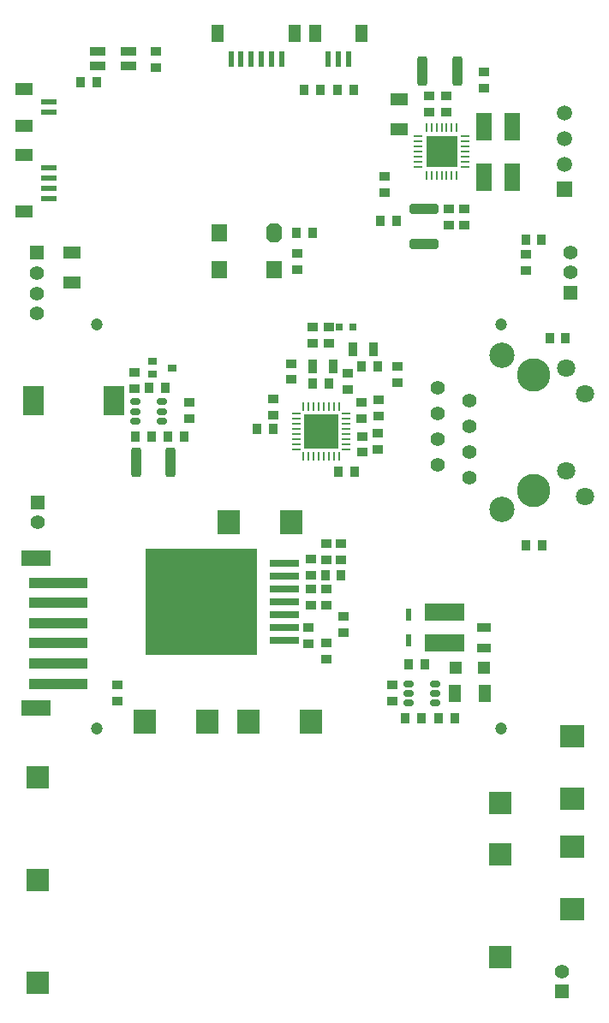
<source format=gbr>
%TF.GenerationSoftware,Altium Limited,Altium Designer,20.1.12 (249)*%
G04 Layer_Color=255*
%FSLAX45Y45*%
%MOMM*%
%TF.SameCoordinates,0418086A-757F-42B6-A3B9-695331E80F4B*%
%TF.FilePolarity,Positive*%
%TF.FileFunction,Pads,Top*%
%TF.Part,Single*%
G01*
G75*
%TA.AperFunction,ConnectorPad*%
%ADD10R,0.60000X1.55000*%
%ADD11R,1.20000X1.80000*%
%TA.AperFunction,SMDPad,CuDef*%
%ADD12R,1.00000X0.95000*%
%ADD13R,0.95000X1.00000*%
%ADD14R,1.55000X0.60000*%
%ADD15R,1.80000X1.20000*%
%ADD16R,1.80000X1.15000*%
%ADD17R,2.30000X2.45000*%
%ADD18R,4.00000X1.80000*%
%ADD19R,1.15000X1.80000*%
G04:AMPARAMS|DCode=20|XSize=1mm|YSize=0.6mm|CornerRadius=0.15mm|HoleSize=0mm|Usage=FLASHONLY|Rotation=0.000|XOffset=0mm|YOffset=0mm|HoleType=Round|Shape=RoundedRectangle|*
%AMROUNDEDRECTD20*
21,1,1.00000,0.30000,0,0,0.0*
21,1,0.70000,0.60000,0,0,0.0*
1,1,0.30000,0.35000,-0.15000*
1,1,0.30000,-0.35000,-0.15000*
1,1,0.30000,-0.35000,0.15000*
1,1,0.30000,0.35000,0.15000*
%
%ADD20ROUNDEDRECTD20*%
%ADD21R,1.40000X0.95000*%
%ADD22R,2.45000X2.30000*%
%ADD23R,1.60000X2.70000*%
%ADD24R,0.81280X0.25400*%
%ADD25R,0.25400X0.81280*%
%ADD26R,0.95000X1.40000*%
%ADD27R,0.65000X0.70000*%
%TA.AperFunction,ConnectorPad*%
%ADD28R,3.00000X1.60000*%
%ADD29R,5.80000X1.00000*%
%TA.AperFunction,SMDPad,CuDef*%
G04:AMPARAMS|DCode=30|XSize=1mm|YSize=2.9mm|CornerRadius=0.25mm|HoleSize=0mm|Usage=FLASHONLY|Rotation=180.000|XOffset=0mm|YOffset=0mm|HoleType=Round|Shape=RoundedRectangle|*
%AMROUNDEDRECTD30*
21,1,1.00000,2.40000,0,0,180.0*
21,1,0.50000,2.90000,0,0,180.0*
1,1,0.50000,-0.25000,1.20000*
1,1,0.50000,0.25000,1.20000*
1,1,0.50000,0.25000,-1.20000*
1,1,0.50000,-0.25000,-1.20000*
%
%ADD30ROUNDEDRECTD30*%
%ADD31R,0.90000X0.70000*%
%ADD32R,2.00000X3.00000*%
%ADD33R,0.25000X0.95000*%
%ADD34R,1.60000X1.80000*%
%ADD35R,0.60000X1.30000*%
G04:AMPARAMS|DCode=36|XSize=1.6mm|YSize=1.8mm|CornerRadius=0mm|HoleSize=0mm|Usage=FLASHONLY|Rotation=180.000|XOffset=0mm|YOffset=0mm|HoleType=Round|Shape=Octagon|*
%AMOCTAGOND36*
4,1,8,0.40000,-0.90000,-0.40000,-0.90000,-0.80000,-0.50000,-0.80000,0.50000,-0.40000,0.90000,0.40000,0.90000,0.80000,0.50000,0.80000,-0.50000,0.40000,-0.90000,0.0*
%
%ADD36OCTAGOND36*%

%TA.AperFunction,SMDPad,SMDef*%
%ADD37R,3.40360X3.40360*%
%TA.AperFunction,SMDPad,CuDef*%
%ADD38R,0.95000X0.25000*%
%ADD39R,3.15000X3.15000*%
G04:AMPARAMS|DCode=40|XSize=1mm|YSize=2.9mm|CornerRadius=0.25mm|HoleSize=0mm|Usage=FLASHONLY|Rotation=90.000|XOffset=0mm|YOffset=0mm|HoleType=Round|Shape=RoundedRectangle|*
%AMROUNDEDRECTD40*
21,1,1.00000,2.40000,0,0,90.0*
21,1,0.50000,2.90000,0,0,90.0*
1,1,0.50000,1.20000,0.25000*
1,1,0.50000,1.20000,-0.25000*
1,1,0.50000,-1.20000,-0.25000*
1,1,0.50000,-1.20000,0.25000*
%
%ADD40ROUNDEDRECTD40*%
%ADD41R,1.20000X1.20000*%
%ADD42R,11.12520X10.51560*%
%ADD43R,2.97180X0.78740*%
%ADD44R,1.50000X0.90000*%
%TA.AperFunction,ComponentPad*%
%ADD52C,1.40000*%
%ADD53R,1.40000X1.40000*%
%TA.AperFunction,WasherPad*%
%ADD54C,1.20000*%
%TA.AperFunction,ComponentPad*%
%ADD55C,2.50000*%
%ADD56C,1.50000*%
%ADD57R,1.50000X1.50000*%
%ADD58C,3.30000*%
%ADD59C,1.80000*%
%ADD60R,2.30000X2.30000*%
D10*
X3292099Y9625000D02*
D03*
X3492099D02*
D03*
X3392099D02*
D03*
X2827503D02*
D03*
X2727503D02*
D03*
X2627498D02*
D03*
X2527498D02*
D03*
X2427498D02*
D03*
X2327499D02*
D03*
D11*
X3622101Y9877501D02*
D03*
X3162102D02*
D03*
X2957500D02*
D03*
X2197501D02*
D03*
D12*
X1587500Y9700001D02*
D03*
Y9540001D02*
D03*
X3972499Y6580002D02*
D03*
Y6420002D02*
D03*
X2982498Y7697500D02*
D03*
Y7537501D02*
D03*
X3442828Y3952900D02*
D03*
Y4112900D02*
D03*
X3097530Y4003299D02*
D03*
Y3843299D02*
D03*
X3270331Y3685398D02*
D03*
Y3845403D02*
D03*
X3922502Y3270001D02*
D03*
Y3430001D02*
D03*
X4827504Y9337502D02*
D03*
Y9497502D02*
D03*
X5240000Y7529998D02*
D03*
Y7689997D02*
D03*
X3625108Y5732201D02*
D03*
X3620110Y6227201D02*
D03*
X3480110Y6352200D02*
D03*
X3782609Y5759699D02*
D03*
X3785108Y6249700D02*
D03*
X1912498Y6225002D02*
D03*
Y6065002D02*
D03*
X1374999Y6525001D02*
D03*
Y6365001D02*
D03*
X1202497Y3275005D02*
D03*
Y3435005D02*
D03*
X3850000Y8459998D02*
D03*
X3295112Y6972198D02*
D03*
X3135112D02*
D03*
X2747503Y6097499D02*
D03*
Y6257503D02*
D03*
X2919999Y6452499D02*
D03*
Y6612499D02*
D03*
X3625108Y5892201D02*
D03*
X3782609Y5919699D02*
D03*
X3785108Y6089701D02*
D03*
X3620110Y6067201D02*
D03*
X3480110Y6512199D02*
D03*
X3295112Y6812199D02*
D03*
X3135112D02*
D03*
X4480001Y7979999D02*
D03*
Y8139999D02*
D03*
X4635002Y7979999D02*
D03*
Y8139999D02*
D03*
X4287500Y9257502D02*
D03*
Y9097498D02*
D03*
X3850000Y8299999D02*
D03*
X4457502Y9257502D02*
D03*
Y9097498D02*
D03*
X3415030Y4668799D02*
D03*
Y4828799D02*
D03*
X3275330Y4668799D02*
D03*
Y4828799D02*
D03*
X3122930Y4676399D02*
D03*
Y4516399D02*
D03*
Y4224299D02*
D03*
Y4384299D02*
D03*
X3275330Y4224299D02*
D03*
Y4384299D02*
D03*
D13*
X1005002Y9392498D02*
D03*
X845002D02*
D03*
X3777498Y6580002D02*
D03*
X3617498D02*
D03*
X3965001Y8020004D02*
D03*
X3805001D02*
D03*
X3418830Y4520199D02*
D03*
X3258830D02*
D03*
X4242501Y3634999D02*
D03*
X4082501D02*
D03*
X4212499Y3099999D02*
D03*
X4052499D02*
D03*
X4542500D02*
D03*
X4382501D02*
D03*
X5477500Y6865000D02*
D03*
X5637500D02*
D03*
X3379998Y9319997D02*
D03*
X3210001D02*
D03*
X3550112Y5542199D02*
D03*
X5245313Y4817400D02*
D03*
X1520002Y6370000D02*
D03*
X1680002D02*
D03*
X1382502Y5887898D02*
D03*
X1542501D02*
D03*
X1865000D02*
D03*
X1705000D02*
D03*
X3050002Y9319997D02*
D03*
X3539998D02*
D03*
X3132496Y7902504D02*
D03*
X2747503Y5962498D02*
D03*
X2587498D02*
D03*
X5240000Y7840000D02*
D03*
X5399999D02*
D03*
X5405313Y4817400D02*
D03*
X3297611Y6409700D02*
D03*
X3137611D02*
D03*
X3390108Y5542199D02*
D03*
X2972496Y7902504D02*
D03*
D14*
X531251Y9194998D02*
D03*
Y9094998D02*
D03*
Y8545002D02*
D03*
Y8245003D02*
D03*
Y8445002D02*
D03*
Y8345002D02*
D03*
D15*
X278750Y8965001D02*
D03*
Y9325000D02*
D03*
Y8674999D02*
D03*
Y8115000D02*
D03*
D16*
X752500Y7412502D02*
D03*
Y7712502D02*
D03*
X3987500Y8927501D02*
D03*
Y9227500D02*
D03*
D17*
X2092498Y3070001D02*
D03*
X1472499D02*
D03*
X2924932Y5040899D02*
D03*
X2304928D02*
D03*
X3119999Y3070001D02*
D03*
X2500000D02*
D03*
D18*
X4437502Y3845001D02*
D03*
Y4154998D02*
D03*
D19*
X4837501Y3350001D02*
D03*
X4537502D02*
D03*
D20*
X4342501Y3255000D02*
D03*
Y3350001D02*
D03*
Y3445002D02*
D03*
X4082501Y3255000D02*
D03*
Y3350001D02*
D03*
Y3445002D02*
D03*
X1642501Y6042899D02*
D03*
Y6137900D02*
D03*
Y6232901D02*
D03*
X1382502Y6042899D02*
D03*
Y6137900D02*
D03*
Y6232901D02*
D03*
D21*
X4827499Y3800003D02*
D03*
Y4000002D02*
D03*
D22*
X5699999Y2926202D02*
D03*
Y2306198D02*
D03*
Y1834002D02*
D03*
Y1213998D02*
D03*
D23*
X4829998Y8957498D02*
D03*
X5110002D02*
D03*
X4829998Y8457499D02*
D03*
X5110002D02*
D03*
D24*
X3465220Y5863499D02*
D03*
X2975000Y5965099D02*
D03*
X3465220Y6066699D02*
D03*
Y6015899D02*
D03*
X2975000Y6117499D02*
D03*
Y6066699D02*
D03*
Y6015899D02*
D03*
Y5914299D02*
D03*
Y5863499D02*
D03*
Y5812699D02*
D03*
Y5761899D02*
D03*
X3465220D02*
D03*
Y5812699D02*
D03*
Y5914299D02*
D03*
Y5965099D02*
D03*
Y6117499D02*
D03*
D25*
X3397910Y6184809D02*
D03*
X3347110D02*
D03*
X3296310D02*
D03*
X3245510D02*
D03*
X3194710D02*
D03*
X3143910D02*
D03*
X3093110D02*
D03*
X3042310D02*
D03*
Y5694589D02*
D03*
X3093110D02*
D03*
X3143910D02*
D03*
X3194710D02*
D03*
X3245510D02*
D03*
X3296310D02*
D03*
X3347110D02*
D03*
X3397910D02*
D03*
D26*
X3537610Y6752199D02*
D03*
X3137611Y6582202D02*
D03*
X3337611D02*
D03*
X3737610Y6752199D02*
D03*
D27*
X3535111Y6969699D02*
D03*
X3400110D02*
D03*
D28*
X397500Y4685000D02*
D03*
Y3205002D02*
D03*
D29*
X617499Y4445000D02*
D03*
Y4245000D02*
D03*
Y4045001D02*
D03*
Y3845001D02*
D03*
Y3445002D02*
D03*
Y3645002D02*
D03*
D30*
X1387500Y5637901D02*
D03*
X1727500D02*
D03*
X4562500Y9505000D02*
D03*
X4222501D02*
D03*
D31*
X1745000Y6570000D02*
D03*
X1554998Y6505001D02*
D03*
Y6634998D02*
D03*
D32*
X375001Y6245001D02*
D03*
X1174999D02*
D03*
D33*
X4260002Y8472500D02*
D03*
X4460001D02*
D03*
X4509999Y8942502D02*
D03*
X4260002D02*
D03*
X4309999Y8472500D02*
D03*
X4460001Y8942502D02*
D03*
X4409999Y8472500D02*
D03*
X4560001Y8942502D02*
D03*
Y8472500D02*
D03*
X4409999Y8942502D02*
D03*
X4360001D02*
D03*
X4309999D02*
D03*
X4360001Y8472500D02*
D03*
X4509999D02*
D03*
D34*
X2752496Y7540000D02*
D03*
X2212497Y7899999D02*
D03*
Y7540000D02*
D03*
D35*
X4082501Y4125001D02*
D03*
Y3874999D02*
D03*
D36*
X2752496Y7899999D02*
D03*
D37*
X3220110Y5939699D02*
D03*
D38*
X4174998Y8707501D02*
D03*
Y8657499D02*
D03*
Y8807501D02*
D03*
Y8757498D02*
D03*
Y8557499D02*
D03*
X4645000Y8657499D02*
D03*
Y8757498D02*
D03*
X4174998Y8857498D02*
D03*
Y8607501D02*
D03*
X4645000Y8557499D02*
D03*
Y8607501D02*
D03*
Y8707501D02*
D03*
Y8807501D02*
D03*
Y8857498D02*
D03*
D39*
X4409999Y8707501D02*
D03*
D40*
X4232499Y8137500D02*
D03*
Y7797500D02*
D03*
D41*
X4827499Y3599998D02*
D03*
X4547499D02*
D03*
D42*
X2038350Y4253499D02*
D03*
D43*
X2857500Y4634499D02*
D03*
Y4507499D02*
D03*
Y4380499D02*
D03*
Y4253499D02*
D03*
Y4126499D02*
D03*
Y3999499D02*
D03*
Y3872499D02*
D03*
D44*
X1007501Y9555002D02*
D03*
Y9700001D02*
D03*
X1317498Y9554997D02*
D03*
Y9700001D02*
D03*
D52*
X412501Y7504999D02*
D03*
Y7304999D02*
D03*
Y7105000D02*
D03*
X5599999Y599999D02*
D03*
X5685003Y7712502D02*
D03*
Y7512502D02*
D03*
X4687809Y5736900D02*
D03*
X4370309Y6117900D02*
D03*
X419999Y5040000D02*
D03*
X4370309Y6371900D02*
D03*
X4687809Y5482900D02*
D03*
Y6244900D02*
D03*
X4370309Y5609900D02*
D03*
Y5863900D02*
D03*
X4687809Y5990900D02*
D03*
D53*
X412501Y7704999D02*
D03*
X5599999Y399999D02*
D03*
X5685003Y7312497D02*
D03*
X419999Y5240000D02*
D03*
D54*
X5000000Y2999999D02*
D03*
X999998D02*
D03*
X5000000Y7000001D02*
D03*
X999998D02*
D03*
D55*
X5005309Y6689400D02*
D03*
Y5165400D02*
D03*
D56*
X5627502Y8585002D02*
D03*
Y8834999D02*
D03*
Y9085001D02*
D03*
D57*
Y8335000D02*
D03*
D58*
X5322809Y5355900D02*
D03*
Y6498900D02*
D03*
D59*
X5640309Y5546400D02*
D03*
Y6562400D02*
D03*
X5830809Y5292400D02*
D03*
Y6308400D02*
D03*
D60*
X414000Y2516002D02*
D03*
Y484002D02*
D03*
Y1500002D02*
D03*
X4986000Y738002D02*
D03*
Y2262002D02*
D03*
Y1754002D02*
D03*
%TF.MD5,9c97d42540520761f1993a6dc4918265*%
M02*

</source>
